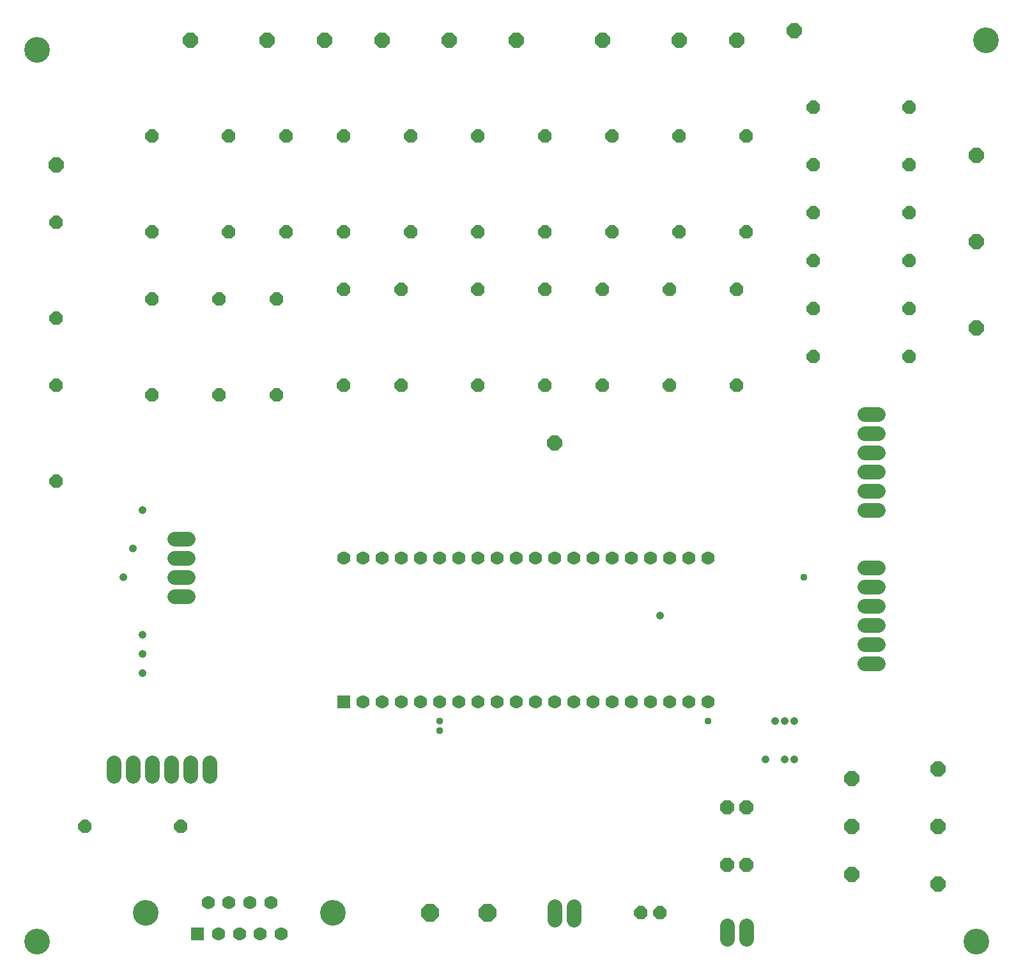
<source format=gbr>
G04 EAGLE Gerber RS-274X export*
G75*
%MOMM*%
%FSLAX34Y34*%
%LPD*%
%INSoldermask Top*%
%IPPOS*%
%AMOC8*
5,1,8,0,0,1.08239X$1,22.5*%
G01*
%ADD10P,1.951982X8X202.500000*%
%ADD11C,3.403200*%
%ADD12P,2.144431X8X22.500000*%
%ADD13C,1.981200*%
%ADD14P,1.924489X8X22.500000*%
%ADD15P,1.924489X8X112.500000*%
%ADD16P,1.924489X8X202.500000*%
%ADD17P,2.556822X8X22.500000*%
%ADD18C,1.765200*%
%ADD19R,1.765200X1.765200*%
%ADD20C,1.059600*%
%ADD21C,0.959600*%


D10*
X1016000Y177800D03*
X990600Y177800D03*
X1016000Y254000D03*
X990600Y254000D03*
D11*
X76200Y76200D03*
X76200Y1257300D03*
X1333500Y1270000D03*
X1320800Y76200D03*
D12*
X1320800Y1117600D03*
X533400Y1270000D03*
X457200Y1270000D03*
X381000Y1270000D03*
X279400Y1270000D03*
X101600Y1104900D03*
D13*
X990600Y97790D02*
X990600Y80010D01*
X1016000Y80010D02*
X1016000Y97790D01*
X304800Y295910D02*
X304800Y313690D01*
X279400Y313690D02*
X279400Y295910D01*
X254000Y295910D02*
X254000Y313690D01*
X228600Y313690D02*
X228600Y295910D01*
X203200Y295910D02*
X203200Y313690D01*
X177800Y313690D02*
X177800Y295910D01*
X1172210Y444500D02*
X1189990Y444500D01*
X1189990Y469900D02*
X1172210Y469900D01*
X1172210Y495300D02*
X1189990Y495300D01*
X1189990Y520700D02*
X1172210Y520700D01*
X1172210Y546100D02*
X1189990Y546100D01*
X1189990Y571500D02*
X1172210Y571500D01*
X275590Y533400D02*
X257810Y533400D01*
X257810Y558800D02*
X275590Y558800D01*
X275590Y584200D02*
X257810Y584200D01*
X257810Y609600D02*
X275590Y609600D01*
X1172210Y647700D02*
X1189990Y647700D01*
X1189990Y673100D02*
X1172210Y673100D01*
X1172210Y698500D02*
X1189990Y698500D01*
X1189990Y723900D02*
X1172210Y723900D01*
X1172210Y749300D02*
X1189990Y749300D01*
X1189990Y774700D02*
X1172210Y774700D01*
D12*
X1320800Y1003300D03*
D13*
X762000Y123190D02*
X762000Y105410D01*
X787400Y105410D02*
X787400Y123190D01*
D12*
X1155700Y165100D03*
X1155700Y228600D03*
X1155700Y292100D03*
X1270000Y304800D03*
X1270000Y228600D03*
X1270000Y152400D03*
X762000Y736600D03*
X1320800Y889000D03*
X1079500Y1282700D03*
X1003300Y1270000D03*
X927100Y1270000D03*
X825500Y1270000D03*
X711200Y1270000D03*
X622300Y1270000D03*
D14*
X876300Y114300D03*
X901700Y114300D03*
X1104900Y1104900D03*
X1231900Y1104900D03*
D15*
X749300Y812800D03*
X749300Y939800D03*
X838200Y1016000D03*
X838200Y1143000D03*
X825500Y812800D03*
X825500Y939800D03*
X927100Y1016000D03*
X927100Y1143000D03*
X914400Y812800D03*
X914400Y939800D03*
X1016000Y1016000D03*
X1016000Y1143000D03*
X1003300Y812800D03*
X1003300Y939800D03*
X571500Y1016000D03*
X571500Y1143000D03*
X558800Y812800D03*
X558800Y939800D03*
X482600Y1016000D03*
X482600Y1143000D03*
D16*
X1231900Y1181100D03*
X1104900Y1181100D03*
D15*
X482600Y812800D03*
X482600Y939800D03*
X406400Y1016000D03*
X406400Y1143000D03*
X393700Y800100D03*
X393700Y927100D03*
X330200Y1016000D03*
X330200Y1143000D03*
X317500Y800100D03*
X317500Y927100D03*
X228600Y1016000D03*
X228600Y1143000D03*
X228600Y800100D03*
X228600Y927100D03*
X101600Y901700D03*
X101600Y1028700D03*
X101600Y685800D03*
X101600Y812800D03*
D14*
X139700Y228600D03*
X266700Y228600D03*
X1104900Y977900D03*
X1231900Y977900D03*
D16*
X1231900Y1041400D03*
X1104900Y1041400D03*
D14*
X1104900Y850900D03*
X1231900Y850900D03*
D16*
X1231900Y914400D03*
X1104900Y914400D03*
D15*
X660400Y1016000D03*
X660400Y1143000D03*
X660400Y812800D03*
X660400Y939800D03*
X749300Y1016000D03*
X749300Y1143000D03*
D17*
X596900Y114300D03*
X673100Y114300D03*
D18*
X533400Y393700D03*
X558800Y393700D03*
X584200Y393700D03*
X609600Y393700D03*
X635000Y393700D03*
X660400Y393700D03*
X685800Y393700D03*
X711200Y393700D03*
X736600Y393700D03*
X762000Y393700D03*
X787400Y393700D03*
X812800Y393700D03*
X838200Y393700D03*
X863600Y393700D03*
X889000Y393700D03*
X914400Y393700D03*
X939800Y393700D03*
X965200Y393700D03*
X533400Y584200D03*
X558800Y584200D03*
X584200Y584200D03*
X609600Y584200D03*
X635000Y584200D03*
X660400Y584200D03*
X685800Y584200D03*
X711200Y584200D03*
X762000Y584200D03*
X736600Y584200D03*
X787400Y584200D03*
X812800Y584200D03*
X838200Y584200D03*
X863600Y584200D03*
X889000Y584200D03*
X914400Y584200D03*
X939800Y584200D03*
X965200Y584200D03*
X508000Y393700D03*
X508000Y584200D03*
X482600Y584200D03*
D19*
X482600Y393700D03*
D11*
X468300Y114300D03*
X219538Y114300D03*
D19*
X288700Y86600D03*
D18*
X316400Y86600D03*
X344100Y86600D03*
X371800Y86600D03*
X399500Y86600D03*
X302550Y128150D03*
X330250Y128150D03*
X357950Y128150D03*
X385650Y128150D03*
D20*
X190500Y558800D03*
X215900Y482600D03*
X203200Y596900D03*
X215900Y457200D03*
X215900Y431800D03*
X215900Y647700D03*
X901700Y508000D03*
D21*
X965200Y368300D03*
X1092200Y558800D03*
X609600Y355600D03*
X609600Y368300D03*
D20*
X1066800Y368300D03*
X1066800Y317500D03*
X1054100Y368300D03*
X1041400Y317500D03*
X1079500Y368300D03*
X1079500Y317500D03*
M02*

</source>
